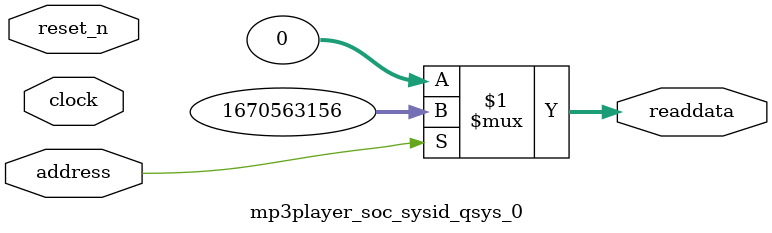
<source format=v>



// synthesis translate_off
`timescale 1ns / 1ps
// synthesis translate_on

// turn off superfluous verilog processor warnings 
// altera message_level Level1 
// altera message_off 10034 10035 10036 10037 10230 10240 10030 

module mp3player_soc_sysid_qsys_0 (
               // inputs:
                address,
                clock,
                reset_n,

               // outputs:
                readdata
             )
;

  output  [ 31: 0] readdata;
  input            address;
  input            clock;
  input            reset_n;

  wire    [ 31: 0] readdata;
  //control_slave, which is an e_avalon_slave
  assign readdata = address ? 1670563156 : 0;

endmodule



</source>
